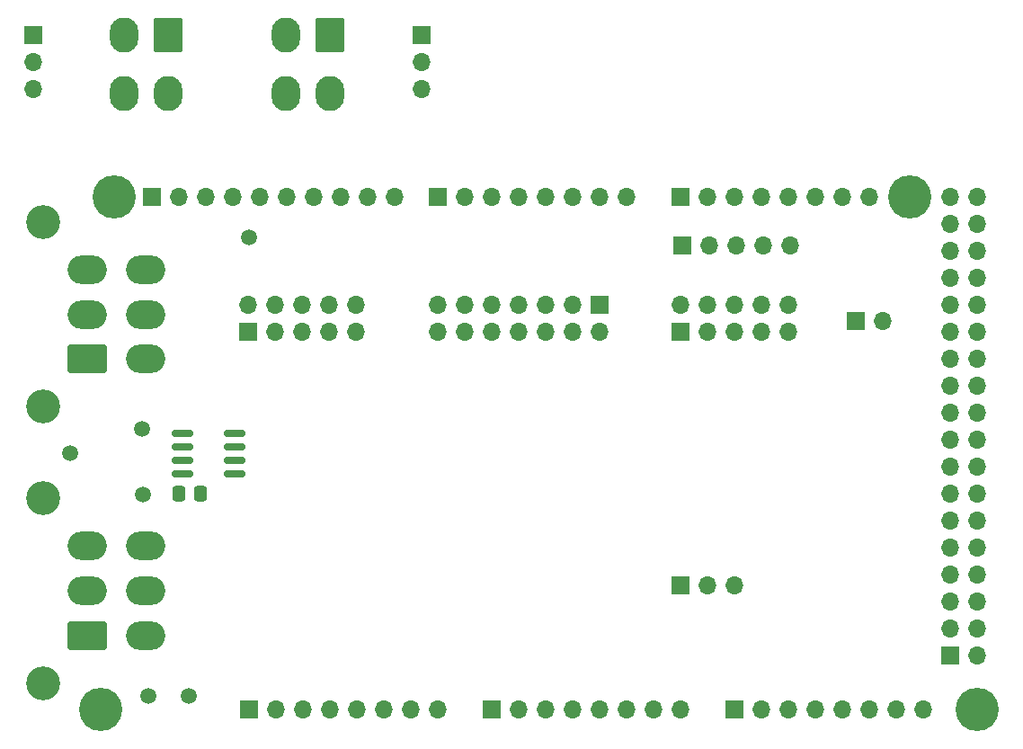
<source format=gbr>
%TF.GenerationSoftware,KiCad,Pcbnew,(6.0.9)*%
%TF.CreationDate,2023-01-21T17:33:27-09:00*%
%TF.ProjectId,CONTROLLER_Standby Instrument,434f4e54-524f-44c4-9c45-525f5374616e,rev?*%
%TF.SameCoordinates,Original*%
%TF.FileFunction,Soldermask,Top*%
%TF.FilePolarity,Negative*%
%FSLAX46Y46*%
G04 Gerber Fmt 4.6, Leading zero omitted, Abs format (unit mm)*
G04 Created by KiCad (PCBNEW (6.0.9)) date 2023-01-21 17:33:27*
%MOMM*%
%LPD*%
G01*
G04 APERTURE LIST*
G04 Aperture macros list*
%AMRoundRect*
0 Rectangle with rounded corners*
0 $1 Rounding radius*
0 $2 $3 $4 $5 $6 $7 $8 $9 X,Y pos of 4 corners*
0 Add a 4 corners polygon primitive as box body*
4,1,4,$2,$3,$4,$5,$6,$7,$8,$9,$2,$3,0*
0 Add four circle primitives for the rounded corners*
1,1,$1+$1,$2,$3*
1,1,$1+$1,$4,$5*
1,1,$1+$1,$6,$7*
1,1,$1+$1,$8,$9*
0 Add four rect primitives between the rounded corners*
20,1,$1+$1,$2,$3,$4,$5,0*
20,1,$1+$1,$4,$5,$6,$7,0*
20,1,$1+$1,$6,$7,$8,$9,0*
20,1,$1+$1,$8,$9,$2,$3,0*%
G04 Aperture macros list end*
%ADD10C,3.200000*%
%ADD11RoundRect,0.250001X1.599999X-1.099999X1.599999X1.099999X-1.599999X1.099999X-1.599999X-1.099999X0*%
%ADD12O,3.700000X2.700000*%
%ADD13RoundRect,0.250000X0.337500X0.475000X-0.337500X0.475000X-0.337500X-0.475000X0.337500X-0.475000X0*%
%ADD14RoundRect,0.250001X1.099999X1.399999X-1.099999X1.399999X-1.099999X-1.399999X1.099999X-1.399999X0*%
%ADD15O,2.700000X3.300000*%
%ADD16O,1.700000X1.700000*%
%ADD17R,1.700000X1.700000*%
%ADD18C,4.064000*%
%ADD19C,1.500000*%
%ADD20RoundRect,0.150000X0.825000X0.150000X-0.825000X0.150000X-0.825000X-0.150000X0.825000X-0.150000X0*%
G04 APERTURE END LIST*
D10*
%TO.C,J2*%
X5960000Y22425000D03*
X5960000Y5025000D03*
D11*
X10160000Y9525000D03*
D12*
X10160000Y13725000D03*
X10160000Y17925000D03*
X15660000Y9525000D03*
X15660000Y13725000D03*
X15660000Y17925000D03*
%TD*%
D10*
%TO.C,J1*%
X5960000Y48460000D03*
X5960000Y31060000D03*
D11*
X10160000Y35560000D03*
D12*
X10160000Y39760000D03*
X10160000Y43960000D03*
X15660000Y35560000D03*
X15660000Y39760000D03*
X15660000Y43960000D03*
%TD*%
D13*
%TO.C,C1*%
X20849500Y22860000D03*
X18774500Y22860000D03*
%TD*%
D14*
%TO.C,J4*%
X33020000Y66040000D03*
D15*
X28820000Y66040000D03*
X33020000Y60540000D03*
X28820000Y60540000D03*
%TD*%
D14*
%TO.C,J3*%
X17780000Y66040000D03*
D15*
X13580000Y66040000D03*
X17780000Y60540000D03*
X13580000Y60540000D03*
%TD*%
D16*
%TO.C,JP2*%
X41656000Y60960000D03*
X41656000Y63500000D03*
D17*
X41656000Y66040000D03*
%TD*%
D16*
%TO.C,JP1*%
X5080000Y60960000D03*
X5080000Y63500000D03*
D17*
X5080000Y66040000D03*
%TD*%
D16*
%TO.C,J10*%
X85090000Y39116000D03*
D17*
X82550000Y39116000D03*
%TD*%
D16*
%TO.C,J9*%
X76327000Y46228000D03*
X73787000Y46228000D03*
X71247000Y46228000D03*
X68707000Y46228000D03*
D17*
X66167000Y46228000D03*
%TD*%
D16*
%TO.C,J8*%
X71120000Y14224000D03*
X68580000Y14224000D03*
D17*
X66040000Y14224000D03*
%TD*%
D16*
%TO.C,J7*%
X76200000Y40640000D03*
X76200000Y38100000D03*
X73660000Y40640000D03*
X73660000Y38100000D03*
X71120000Y40640000D03*
X71120000Y38100000D03*
X68580000Y40640000D03*
X68580000Y38100000D03*
X66040000Y40640000D03*
D17*
X66040000Y38100000D03*
%TD*%
D16*
%TO.C,J6*%
X43180000Y38100000D03*
X43180000Y40640000D03*
X45720000Y38100000D03*
X45720000Y40640000D03*
X48260000Y38100000D03*
X48260000Y40640000D03*
X50800000Y38100000D03*
X50800000Y40640000D03*
X53340000Y38100000D03*
X53340000Y40640000D03*
X55880000Y38100000D03*
X55880000Y40640000D03*
X58420000Y38100000D03*
D17*
X58420000Y40640000D03*
%TD*%
D16*
%TO.C,J5*%
X35433000Y40640000D03*
X35433000Y38100000D03*
X32893000Y40640000D03*
X32893000Y38100000D03*
X30353000Y40640000D03*
X30353000Y38100000D03*
X27813000Y40640000D03*
X27813000Y38100000D03*
X25273000Y40640000D03*
D17*
X25273000Y38100000D03*
%TD*%
%TO.C,P1*%
X91440000Y7620000D03*
D16*
X93980000Y7620000D03*
X91440000Y10160000D03*
X93980000Y10160000D03*
X91440000Y12700000D03*
X93980000Y12700000D03*
X91440000Y15240000D03*
X93980000Y15240000D03*
X91440000Y17780000D03*
X93980000Y17780000D03*
X91440000Y20320000D03*
X93980000Y20320000D03*
X91440000Y22860000D03*
X93980000Y22860000D03*
X91440000Y25400000D03*
X93980000Y25400000D03*
X91440000Y27940000D03*
X93980000Y27940000D03*
X91440000Y30480000D03*
X93980000Y30480000D03*
X91440000Y33020000D03*
X93980000Y33020000D03*
X91440000Y35560000D03*
X93980000Y35560000D03*
X91440000Y38100000D03*
X93980000Y38100000D03*
X91440000Y40640000D03*
X93980000Y40640000D03*
X91440000Y43180000D03*
X93980000Y43180000D03*
X91440000Y45720000D03*
X93980000Y45720000D03*
X91440000Y48260000D03*
X93980000Y48260000D03*
X91440000Y50800000D03*
X93980000Y50800000D03*
%TD*%
D17*
%TO.C,P5*%
X16256000Y50800000D03*
D16*
X18796000Y50800000D03*
X21336000Y50800000D03*
X23876000Y50800000D03*
X26416000Y50800000D03*
X28956000Y50800000D03*
X31496000Y50800000D03*
X34036000Y50800000D03*
X36576000Y50800000D03*
X39116000Y50800000D03*
%TD*%
%TO.C,P7*%
X83820000Y50800000D03*
X81280000Y50800000D03*
X78740000Y50800000D03*
X76200000Y50800000D03*
X73660000Y50800000D03*
X71120000Y50800000D03*
X68580000Y50800000D03*
D17*
X66040000Y50800000D03*
%TD*%
D18*
%TO.C,MK1*%
X11430000Y2540000D03*
%TD*%
%TO.C,MK3*%
X93980000Y2540000D03*
%TD*%
%TO.C,MK4*%
X12700000Y50800000D03*
%TD*%
%TO.C,MK4*%
X87630000Y50800000D03*
%TD*%
D17*
%TO.C,P2*%
X25400000Y2540000D03*
D16*
X27940000Y2540000D03*
X30480000Y2540000D03*
X33020000Y2540000D03*
X35560000Y2540000D03*
X38100000Y2540000D03*
X40640000Y2540000D03*
X43180000Y2540000D03*
%TD*%
D17*
%TO.C,P3*%
X48260000Y2540000D03*
D16*
X50800000Y2540000D03*
X53340000Y2540000D03*
X55880000Y2540000D03*
X58420000Y2540000D03*
X60960000Y2540000D03*
X63500000Y2540000D03*
X66040000Y2540000D03*
%TD*%
D17*
%TO.C,P4*%
X71120000Y2540000D03*
D16*
X73660000Y2540000D03*
X76200000Y2540000D03*
X78740000Y2540000D03*
X81280000Y2540000D03*
X83820000Y2540000D03*
X86360000Y2540000D03*
X88900000Y2540000D03*
%TD*%
%TO.C,P4*%
X60960000Y50800000D03*
X58420000Y50800000D03*
X55880000Y50800000D03*
X53340000Y50800000D03*
X50800000Y50800000D03*
X48260000Y50800000D03*
X45720000Y50800000D03*
D17*
X43180000Y50800000D03*
%TD*%
D19*
%TO.C,TP1*%
X8509000Y26670000D03*
%TD*%
%TO.C,TP2*%
X19685000Y3810000D03*
%TD*%
%TO.C,TP3*%
X15875000Y3810000D03*
%TD*%
%TO.C,TP4*%
X25400000Y46990000D03*
%TD*%
%TO.C,TP5*%
X15303500Y28956000D03*
%TD*%
%TO.C,TP6*%
X15367000Y22796500D03*
%TD*%
D20*
%TO.C,U1*%
X24065000Y24765000D03*
X24065000Y26035000D03*
X24065000Y27305000D03*
X24065000Y28575000D03*
X19115000Y28575000D03*
X19115000Y27305000D03*
X19115000Y26035000D03*
X19115000Y24765000D03*
%TD*%
M02*

</source>
